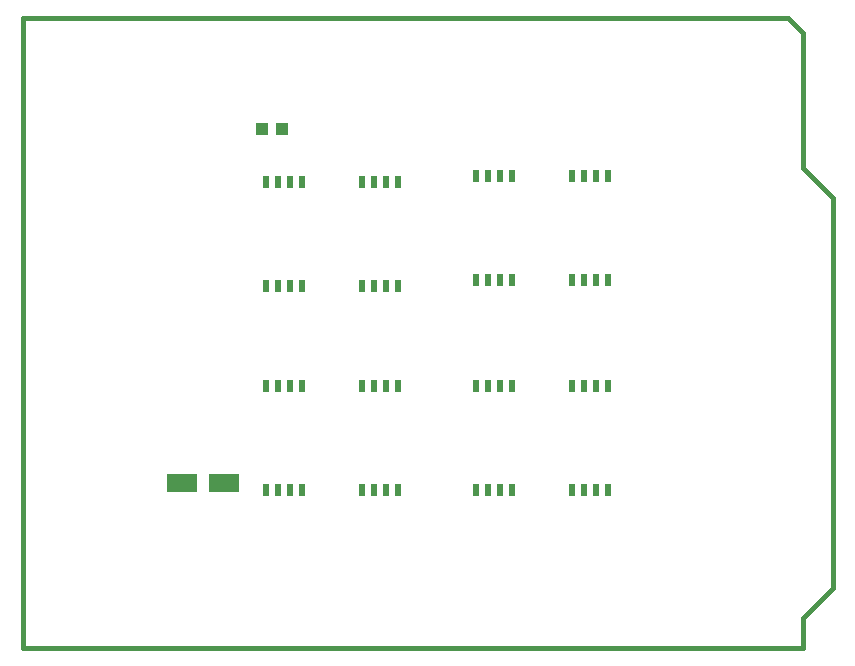
<source format=gtp>
G75*
%MOIN*%
%OFA0B0*%
%FSLAX25Y25*%
%IPPOS*%
%LPD*%
%AMOC8*
5,1,8,0,0,1.08239X$1,22.5*
%
%ADD10C,0.01600*%
%ADD11R,0.01969X0.03937*%
%ADD12R,0.04331X0.03937*%
%ADD13R,0.10236X0.06299*%
D10*
X0027000Y0006800D02*
X0287000Y0006800D01*
X0287000Y0016800D01*
X0297000Y0026800D01*
X0297000Y0156800D01*
X0287000Y0166800D01*
X0287000Y0211800D01*
X0282000Y0216800D01*
X0027000Y0216800D01*
X0027000Y0006800D01*
D11*
X0107984Y0059438D03*
X0112000Y0059438D03*
X0116016Y0059438D03*
X0120031Y0059438D03*
X0139953Y0059438D03*
X0143969Y0059438D03*
X0147984Y0059438D03*
X0152000Y0059438D03*
X0177984Y0059438D03*
X0182000Y0059438D03*
X0186016Y0059438D03*
X0190031Y0059438D03*
X0209953Y0059438D03*
X0213969Y0059438D03*
X0217984Y0059438D03*
X0222000Y0059438D03*
X0222000Y0094162D03*
X0217984Y0094162D03*
X0213969Y0094162D03*
X0209953Y0094162D03*
X0190031Y0094162D03*
X0186016Y0094162D03*
X0182000Y0094162D03*
X0177984Y0094162D03*
X0152000Y0094162D03*
X0147984Y0094162D03*
X0143969Y0094162D03*
X0139953Y0094162D03*
X0120031Y0094162D03*
X0116016Y0094162D03*
X0112000Y0094162D03*
X0107984Y0094162D03*
X0107984Y0127438D03*
X0112000Y0127438D03*
X0116016Y0127438D03*
X0120031Y0127438D03*
X0139953Y0127438D03*
X0143969Y0127438D03*
X0147984Y0127438D03*
X0152000Y0127438D03*
X0177984Y0129438D03*
X0182000Y0129438D03*
X0186016Y0129438D03*
X0190031Y0129438D03*
X0209953Y0129438D03*
X0213969Y0129438D03*
X0217984Y0129438D03*
X0222000Y0129438D03*
X0222000Y0164162D03*
X0217984Y0164162D03*
X0213969Y0164162D03*
X0209953Y0164162D03*
X0190031Y0164162D03*
X0186016Y0164162D03*
X0182000Y0164162D03*
X0177984Y0164162D03*
X0152000Y0162162D03*
X0147984Y0162162D03*
X0143969Y0162162D03*
X0139953Y0162162D03*
X0120031Y0162162D03*
X0116016Y0162162D03*
X0112000Y0162162D03*
X0107984Y0162162D03*
D12*
X0106654Y0179800D03*
X0113346Y0179800D03*
D13*
X0094087Y0061800D03*
X0079913Y0061800D03*
M02*

</source>
